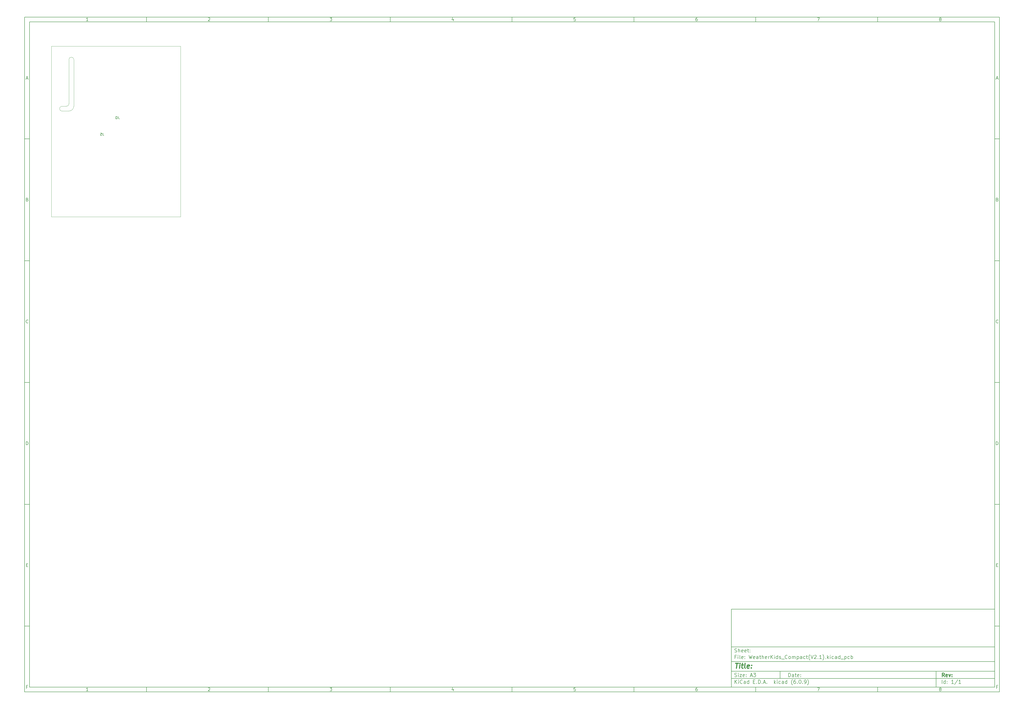
<source format=gbr>
%TF.GenerationSoftware,KiCad,Pcbnew,(6.0.9)*%
%TF.CreationDate,2023-07-16T00:02:42+05:30*%
%TF.ProjectId,WeatherKids_Compact(V2.1),57656174-6865-4724-9b69-64735f436f6d,rev?*%
%TF.SameCoordinates,Original*%
%TF.FileFunction,Legend,Bot*%
%TF.FilePolarity,Positive*%
%FSLAX46Y46*%
G04 Gerber Fmt 4.6, Leading zero omitted, Abs format (unit mm)*
G04 Created by KiCad (PCBNEW (6.0.9)) date 2023-07-16 00:02:42*
%MOMM*%
%LPD*%
G01*
G04 APERTURE LIST*
%ADD10C,0.100000*%
%ADD11C,0.150000*%
%ADD12C,0.300000*%
%ADD13C,0.400000*%
%TA.AperFunction,Profile*%
%ADD14C,0.050000*%
%TD*%
G04 APERTURE END LIST*
D10*
D11*
X299989000Y-253002200D02*
X299989000Y-285002200D01*
X407989000Y-285002200D01*
X407989000Y-253002200D01*
X299989000Y-253002200D01*
D10*
D11*
X10000000Y-10000000D02*
X10000000Y-287002200D01*
X409989000Y-287002200D01*
X409989000Y-10000000D01*
X10000000Y-10000000D01*
D10*
D11*
X12000000Y-12000000D02*
X12000000Y-285002200D01*
X407989000Y-285002200D01*
X407989000Y-12000000D01*
X12000000Y-12000000D01*
D10*
D11*
X60000000Y-12000000D02*
X60000000Y-10000000D01*
D10*
D11*
X110000000Y-12000000D02*
X110000000Y-10000000D01*
D10*
D11*
X160000000Y-12000000D02*
X160000000Y-10000000D01*
D10*
D11*
X210000000Y-12000000D02*
X210000000Y-10000000D01*
D10*
D11*
X260000000Y-12000000D02*
X260000000Y-10000000D01*
D10*
D11*
X310000000Y-12000000D02*
X310000000Y-10000000D01*
D10*
D11*
X360000000Y-12000000D02*
X360000000Y-10000000D01*
D10*
D11*
X36065476Y-11588095D02*
X35322619Y-11588095D01*
X35694047Y-11588095D02*
X35694047Y-10288095D01*
X35570238Y-10473809D01*
X35446428Y-10597619D01*
X35322619Y-10659523D01*
D10*
D11*
X85322619Y-10411904D02*
X85384523Y-10350000D01*
X85508333Y-10288095D01*
X85817857Y-10288095D01*
X85941666Y-10350000D01*
X86003571Y-10411904D01*
X86065476Y-10535714D01*
X86065476Y-10659523D01*
X86003571Y-10845238D01*
X85260714Y-11588095D01*
X86065476Y-11588095D01*
D10*
D11*
X135260714Y-10288095D02*
X136065476Y-10288095D01*
X135632142Y-10783333D01*
X135817857Y-10783333D01*
X135941666Y-10845238D01*
X136003571Y-10907142D01*
X136065476Y-11030952D01*
X136065476Y-11340476D01*
X136003571Y-11464285D01*
X135941666Y-11526190D01*
X135817857Y-11588095D01*
X135446428Y-11588095D01*
X135322619Y-11526190D01*
X135260714Y-11464285D01*
D10*
D11*
X185941666Y-10721428D02*
X185941666Y-11588095D01*
X185632142Y-10226190D02*
X185322619Y-11154761D01*
X186127380Y-11154761D01*
D10*
D11*
X236003571Y-10288095D02*
X235384523Y-10288095D01*
X235322619Y-10907142D01*
X235384523Y-10845238D01*
X235508333Y-10783333D01*
X235817857Y-10783333D01*
X235941666Y-10845238D01*
X236003571Y-10907142D01*
X236065476Y-11030952D01*
X236065476Y-11340476D01*
X236003571Y-11464285D01*
X235941666Y-11526190D01*
X235817857Y-11588095D01*
X235508333Y-11588095D01*
X235384523Y-11526190D01*
X235322619Y-11464285D01*
D10*
D11*
X285941666Y-10288095D02*
X285694047Y-10288095D01*
X285570238Y-10350000D01*
X285508333Y-10411904D01*
X285384523Y-10597619D01*
X285322619Y-10845238D01*
X285322619Y-11340476D01*
X285384523Y-11464285D01*
X285446428Y-11526190D01*
X285570238Y-11588095D01*
X285817857Y-11588095D01*
X285941666Y-11526190D01*
X286003571Y-11464285D01*
X286065476Y-11340476D01*
X286065476Y-11030952D01*
X286003571Y-10907142D01*
X285941666Y-10845238D01*
X285817857Y-10783333D01*
X285570238Y-10783333D01*
X285446428Y-10845238D01*
X285384523Y-10907142D01*
X285322619Y-11030952D01*
D10*
D11*
X335260714Y-10288095D02*
X336127380Y-10288095D01*
X335570238Y-11588095D01*
D10*
D11*
X385570238Y-10845238D02*
X385446428Y-10783333D01*
X385384523Y-10721428D01*
X385322619Y-10597619D01*
X385322619Y-10535714D01*
X385384523Y-10411904D01*
X385446428Y-10350000D01*
X385570238Y-10288095D01*
X385817857Y-10288095D01*
X385941666Y-10350000D01*
X386003571Y-10411904D01*
X386065476Y-10535714D01*
X386065476Y-10597619D01*
X386003571Y-10721428D01*
X385941666Y-10783333D01*
X385817857Y-10845238D01*
X385570238Y-10845238D01*
X385446428Y-10907142D01*
X385384523Y-10969047D01*
X385322619Y-11092857D01*
X385322619Y-11340476D01*
X385384523Y-11464285D01*
X385446428Y-11526190D01*
X385570238Y-11588095D01*
X385817857Y-11588095D01*
X385941666Y-11526190D01*
X386003571Y-11464285D01*
X386065476Y-11340476D01*
X386065476Y-11092857D01*
X386003571Y-10969047D01*
X385941666Y-10907142D01*
X385817857Y-10845238D01*
D10*
D11*
X60000000Y-285002200D02*
X60000000Y-287002200D01*
D10*
D11*
X110000000Y-285002200D02*
X110000000Y-287002200D01*
D10*
D11*
X160000000Y-285002200D02*
X160000000Y-287002200D01*
D10*
D11*
X210000000Y-285002200D02*
X210000000Y-287002200D01*
D10*
D11*
X260000000Y-285002200D02*
X260000000Y-287002200D01*
D10*
D11*
X310000000Y-285002200D02*
X310000000Y-287002200D01*
D10*
D11*
X360000000Y-285002200D02*
X360000000Y-287002200D01*
D10*
D11*
X36065476Y-286590295D02*
X35322619Y-286590295D01*
X35694047Y-286590295D02*
X35694047Y-285290295D01*
X35570238Y-285476009D01*
X35446428Y-285599819D01*
X35322619Y-285661723D01*
D10*
D11*
X85322619Y-285414104D02*
X85384523Y-285352200D01*
X85508333Y-285290295D01*
X85817857Y-285290295D01*
X85941666Y-285352200D01*
X86003571Y-285414104D01*
X86065476Y-285537914D01*
X86065476Y-285661723D01*
X86003571Y-285847438D01*
X85260714Y-286590295D01*
X86065476Y-286590295D01*
D10*
D11*
X135260714Y-285290295D02*
X136065476Y-285290295D01*
X135632142Y-285785533D01*
X135817857Y-285785533D01*
X135941666Y-285847438D01*
X136003571Y-285909342D01*
X136065476Y-286033152D01*
X136065476Y-286342676D01*
X136003571Y-286466485D01*
X135941666Y-286528390D01*
X135817857Y-286590295D01*
X135446428Y-286590295D01*
X135322619Y-286528390D01*
X135260714Y-286466485D01*
D10*
D11*
X185941666Y-285723628D02*
X185941666Y-286590295D01*
X185632142Y-285228390D02*
X185322619Y-286156961D01*
X186127380Y-286156961D01*
D10*
D11*
X236003571Y-285290295D02*
X235384523Y-285290295D01*
X235322619Y-285909342D01*
X235384523Y-285847438D01*
X235508333Y-285785533D01*
X235817857Y-285785533D01*
X235941666Y-285847438D01*
X236003571Y-285909342D01*
X236065476Y-286033152D01*
X236065476Y-286342676D01*
X236003571Y-286466485D01*
X235941666Y-286528390D01*
X235817857Y-286590295D01*
X235508333Y-286590295D01*
X235384523Y-286528390D01*
X235322619Y-286466485D01*
D10*
D11*
X285941666Y-285290295D02*
X285694047Y-285290295D01*
X285570238Y-285352200D01*
X285508333Y-285414104D01*
X285384523Y-285599819D01*
X285322619Y-285847438D01*
X285322619Y-286342676D01*
X285384523Y-286466485D01*
X285446428Y-286528390D01*
X285570238Y-286590295D01*
X285817857Y-286590295D01*
X285941666Y-286528390D01*
X286003571Y-286466485D01*
X286065476Y-286342676D01*
X286065476Y-286033152D01*
X286003571Y-285909342D01*
X285941666Y-285847438D01*
X285817857Y-285785533D01*
X285570238Y-285785533D01*
X285446428Y-285847438D01*
X285384523Y-285909342D01*
X285322619Y-286033152D01*
D10*
D11*
X335260714Y-285290295D02*
X336127380Y-285290295D01*
X335570238Y-286590295D01*
D10*
D11*
X385570238Y-285847438D02*
X385446428Y-285785533D01*
X385384523Y-285723628D01*
X385322619Y-285599819D01*
X385322619Y-285537914D01*
X385384523Y-285414104D01*
X385446428Y-285352200D01*
X385570238Y-285290295D01*
X385817857Y-285290295D01*
X385941666Y-285352200D01*
X386003571Y-285414104D01*
X386065476Y-285537914D01*
X386065476Y-285599819D01*
X386003571Y-285723628D01*
X385941666Y-285785533D01*
X385817857Y-285847438D01*
X385570238Y-285847438D01*
X385446428Y-285909342D01*
X385384523Y-285971247D01*
X385322619Y-286095057D01*
X385322619Y-286342676D01*
X385384523Y-286466485D01*
X385446428Y-286528390D01*
X385570238Y-286590295D01*
X385817857Y-286590295D01*
X385941666Y-286528390D01*
X386003571Y-286466485D01*
X386065476Y-286342676D01*
X386065476Y-286095057D01*
X386003571Y-285971247D01*
X385941666Y-285909342D01*
X385817857Y-285847438D01*
D10*
D11*
X10000000Y-60000000D02*
X12000000Y-60000000D01*
D10*
D11*
X10000000Y-110000000D02*
X12000000Y-110000000D01*
D10*
D11*
X10000000Y-160000000D02*
X12000000Y-160000000D01*
D10*
D11*
X10000000Y-210000000D02*
X12000000Y-210000000D01*
D10*
D11*
X10000000Y-260000000D02*
X12000000Y-260000000D01*
D10*
D11*
X10690476Y-35216666D02*
X11309523Y-35216666D01*
X10566666Y-35588095D02*
X11000000Y-34288095D01*
X11433333Y-35588095D01*
D10*
D11*
X11092857Y-84907142D02*
X11278571Y-84969047D01*
X11340476Y-85030952D01*
X11402380Y-85154761D01*
X11402380Y-85340476D01*
X11340476Y-85464285D01*
X11278571Y-85526190D01*
X11154761Y-85588095D01*
X10659523Y-85588095D01*
X10659523Y-84288095D01*
X11092857Y-84288095D01*
X11216666Y-84350000D01*
X11278571Y-84411904D01*
X11340476Y-84535714D01*
X11340476Y-84659523D01*
X11278571Y-84783333D01*
X11216666Y-84845238D01*
X11092857Y-84907142D01*
X10659523Y-84907142D01*
D10*
D11*
X11402380Y-135464285D02*
X11340476Y-135526190D01*
X11154761Y-135588095D01*
X11030952Y-135588095D01*
X10845238Y-135526190D01*
X10721428Y-135402380D01*
X10659523Y-135278571D01*
X10597619Y-135030952D01*
X10597619Y-134845238D01*
X10659523Y-134597619D01*
X10721428Y-134473809D01*
X10845238Y-134350000D01*
X11030952Y-134288095D01*
X11154761Y-134288095D01*
X11340476Y-134350000D01*
X11402380Y-134411904D01*
D10*
D11*
X10659523Y-185588095D02*
X10659523Y-184288095D01*
X10969047Y-184288095D01*
X11154761Y-184350000D01*
X11278571Y-184473809D01*
X11340476Y-184597619D01*
X11402380Y-184845238D01*
X11402380Y-185030952D01*
X11340476Y-185278571D01*
X11278571Y-185402380D01*
X11154761Y-185526190D01*
X10969047Y-185588095D01*
X10659523Y-185588095D01*
D10*
D11*
X10721428Y-234907142D02*
X11154761Y-234907142D01*
X11340476Y-235588095D02*
X10721428Y-235588095D01*
X10721428Y-234288095D01*
X11340476Y-234288095D01*
D10*
D11*
X11185714Y-284907142D02*
X10752380Y-284907142D01*
X10752380Y-285588095D02*
X10752380Y-284288095D01*
X11371428Y-284288095D01*
D10*
D11*
X409989000Y-60000000D02*
X407989000Y-60000000D01*
D10*
D11*
X409989000Y-110000000D02*
X407989000Y-110000000D01*
D10*
D11*
X409989000Y-160000000D02*
X407989000Y-160000000D01*
D10*
D11*
X409989000Y-210000000D02*
X407989000Y-210000000D01*
D10*
D11*
X409989000Y-260000000D02*
X407989000Y-260000000D01*
D10*
D11*
X408679476Y-35216666D02*
X409298523Y-35216666D01*
X408555666Y-35588095D02*
X408989000Y-34288095D01*
X409422333Y-35588095D01*
D10*
D11*
X409081857Y-84907142D02*
X409267571Y-84969047D01*
X409329476Y-85030952D01*
X409391380Y-85154761D01*
X409391380Y-85340476D01*
X409329476Y-85464285D01*
X409267571Y-85526190D01*
X409143761Y-85588095D01*
X408648523Y-85588095D01*
X408648523Y-84288095D01*
X409081857Y-84288095D01*
X409205666Y-84350000D01*
X409267571Y-84411904D01*
X409329476Y-84535714D01*
X409329476Y-84659523D01*
X409267571Y-84783333D01*
X409205666Y-84845238D01*
X409081857Y-84907142D01*
X408648523Y-84907142D01*
D10*
D11*
X409391380Y-135464285D02*
X409329476Y-135526190D01*
X409143761Y-135588095D01*
X409019952Y-135588095D01*
X408834238Y-135526190D01*
X408710428Y-135402380D01*
X408648523Y-135278571D01*
X408586619Y-135030952D01*
X408586619Y-134845238D01*
X408648523Y-134597619D01*
X408710428Y-134473809D01*
X408834238Y-134350000D01*
X409019952Y-134288095D01*
X409143761Y-134288095D01*
X409329476Y-134350000D01*
X409391380Y-134411904D01*
D10*
D11*
X408648523Y-185588095D02*
X408648523Y-184288095D01*
X408958047Y-184288095D01*
X409143761Y-184350000D01*
X409267571Y-184473809D01*
X409329476Y-184597619D01*
X409391380Y-184845238D01*
X409391380Y-185030952D01*
X409329476Y-185278571D01*
X409267571Y-185402380D01*
X409143761Y-185526190D01*
X408958047Y-185588095D01*
X408648523Y-185588095D01*
D10*
D11*
X408710428Y-234907142D02*
X409143761Y-234907142D01*
X409329476Y-235588095D02*
X408710428Y-235588095D01*
X408710428Y-234288095D01*
X409329476Y-234288095D01*
D10*
D11*
X409174714Y-284907142D02*
X408741380Y-284907142D01*
X408741380Y-285588095D02*
X408741380Y-284288095D01*
X409360428Y-284288095D01*
D10*
D11*
X323421142Y-280780771D02*
X323421142Y-279280771D01*
X323778285Y-279280771D01*
X323992571Y-279352200D01*
X324135428Y-279495057D01*
X324206857Y-279637914D01*
X324278285Y-279923628D01*
X324278285Y-280137914D01*
X324206857Y-280423628D01*
X324135428Y-280566485D01*
X323992571Y-280709342D01*
X323778285Y-280780771D01*
X323421142Y-280780771D01*
X325564000Y-280780771D02*
X325564000Y-279995057D01*
X325492571Y-279852200D01*
X325349714Y-279780771D01*
X325064000Y-279780771D01*
X324921142Y-279852200D01*
X325564000Y-280709342D02*
X325421142Y-280780771D01*
X325064000Y-280780771D01*
X324921142Y-280709342D01*
X324849714Y-280566485D01*
X324849714Y-280423628D01*
X324921142Y-280280771D01*
X325064000Y-280209342D01*
X325421142Y-280209342D01*
X325564000Y-280137914D01*
X326064000Y-279780771D02*
X326635428Y-279780771D01*
X326278285Y-279280771D02*
X326278285Y-280566485D01*
X326349714Y-280709342D01*
X326492571Y-280780771D01*
X326635428Y-280780771D01*
X327706857Y-280709342D02*
X327564000Y-280780771D01*
X327278285Y-280780771D01*
X327135428Y-280709342D01*
X327064000Y-280566485D01*
X327064000Y-279995057D01*
X327135428Y-279852200D01*
X327278285Y-279780771D01*
X327564000Y-279780771D01*
X327706857Y-279852200D01*
X327778285Y-279995057D01*
X327778285Y-280137914D01*
X327064000Y-280280771D01*
X328421142Y-280637914D02*
X328492571Y-280709342D01*
X328421142Y-280780771D01*
X328349714Y-280709342D01*
X328421142Y-280637914D01*
X328421142Y-280780771D01*
X328421142Y-279852200D02*
X328492571Y-279923628D01*
X328421142Y-279995057D01*
X328349714Y-279923628D01*
X328421142Y-279852200D01*
X328421142Y-279995057D01*
D10*
D11*
X299989000Y-281502200D02*
X407989000Y-281502200D01*
D10*
D11*
X301421142Y-283580771D02*
X301421142Y-282080771D01*
X302278285Y-283580771D02*
X301635428Y-282723628D01*
X302278285Y-282080771D02*
X301421142Y-282937914D01*
X302921142Y-283580771D02*
X302921142Y-282580771D01*
X302921142Y-282080771D02*
X302849714Y-282152200D01*
X302921142Y-282223628D01*
X302992571Y-282152200D01*
X302921142Y-282080771D01*
X302921142Y-282223628D01*
X304492571Y-283437914D02*
X304421142Y-283509342D01*
X304206857Y-283580771D01*
X304064000Y-283580771D01*
X303849714Y-283509342D01*
X303706857Y-283366485D01*
X303635428Y-283223628D01*
X303564000Y-282937914D01*
X303564000Y-282723628D01*
X303635428Y-282437914D01*
X303706857Y-282295057D01*
X303849714Y-282152200D01*
X304064000Y-282080771D01*
X304206857Y-282080771D01*
X304421142Y-282152200D01*
X304492571Y-282223628D01*
X305778285Y-283580771D02*
X305778285Y-282795057D01*
X305706857Y-282652200D01*
X305564000Y-282580771D01*
X305278285Y-282580771D01*
X305135428Y-282652200D01*
X305778285Y-283509342D02*
X305635428Y-283580771D01*
X305278285Y-283580771D01*
X305135428Y-283509342D01*
X305064000Y-283366485D01*
X305064000Y-283223628D01*
X305135428Y-283080771D01*
X305278285Y-283009342D01*
X305635428Y-283009342D01*
X305778285Y-282937914D01*
X307135428Y-283580771D02*
X307135428Y-282080771D01*
X307135428Y-283509342D02*
X306992571Y-283580771D01*
X306706857Y-283580771D01*
X306564000Y-283509342D01*
X306492571Y-283437914D01*
X306421142Y-283295057D01*
X306421142Y-282866485D01*
X306492571Y-282723628D01*
X306564000Y-282652200D01*
X306706857Y-282580771D01*
X306992571Y-282580771D01*
X307135428Y-282652200D01*
X308992571Y-282795057D02*
X309492571Y-282795057D01*
X309706857Y-283580771D02*
X308992571Y-283580771D01*
X308992571Y-282080771D01*
X309706857Y-282080771D01*
X310349714Y-283437914D02*
X310421142Y-283509342D01*
X310349714Y-283580771D01*
X310278285Y-283509342D01*
X310349714Y-283437914D01*
X310349714Y-283580771D01*
X311064000Y-283580771D02*
X311064000Y-282080771D01*
X311421142Y-282080771D01*
X311635428Y-282152200D01*
X311778285Y-282295057D01*
X311849714Y-282437914D01*
X311921142Y-282723628D01*
X311921142Y-282937914D01*
X311849714Y-283223628D01*
X311778285Y-283366485D01*
X311635428Y-283509342D01*
X311421142Y-283580771D01*
X311064000Y-283580771D01*
X312564000Y-283437914D02*
X312635428Y-283509342D01*
X312564000Y-283580771D01*
X312492571Y-283509342D01*
X312564000Y-283437914D01*
X312564000Y-283580771D01*
X313206857Y-283152200D02*
X313921142Y-283152200D01*
X313064000Y-283580771D02*
X313564000Y-282080771D01*
X314064000Y-283580771D01*
X314564000Y-283437914D02*
X314635428Y-283509342D01*
X314564000Y-283580771D01*
X314492571Y-283509342D01*
X314564000Y-283437914D01*
X314564000Y-283580771D01*
X317564000Y-283580771D02*
X317564000Y-282080771D01*
X317706857Y-283009342D02*
X318135428Y-283580771D01*
X318135428Y-282580771D02*
X317564000Y-283152200D01*
X318778285Y-283580771D02*
X318778285Y-282580771D01*
X318778285Y-282080771D02*
X318706857Y-282152200D01*
X318778285Y-282223628D01*
X318849714Y-282152200D01*
X318778285Y-282080771D01*
X318778285Y-282223628D01*
X320135428Y-283509342D02*
X319992571Y-283580771D01*
X319706857Y-283580771D01*
X319564000Y-283509342D01*
X319492571Y-283437914D01*
X319421142Y-283295057D01*
X319421142Y-282866485D01*
X319492571Y-282723628D01*
X319564000Y-282652200D01*
X319706857Y-282580771D01*
X319992571Y-282580771D01*
X320135428Y-282652200D01*
X321421142Y-283580771D02*
X321421142Y-282795057D01*
X321349714Y-282652200D01*
X321206857Y-282580771D01*
X320921142Y-282580771D01*
X320778285Y-282652200D01*
X321421142Y-283509342D02*
X321278285Y-283580771D01*
X320921142Y-283580771D01*
X320778285Y-283509342D01*
X320706857Y-283366485D01*
X320706857Y-283223628D01*
X320778285Y-283080771D01*
X320921142Y-283009342D01*
X321278285Y-283009342D01*
X321421142Y-282937914D01*
X322778285Y-283580771D02*
X322778285Y-282080771D01*
X322778285Y-283509342D02*
X322635428Y-283580771D01*
X322349714Y-283580771D01*
X322206857Y-283509342D01*
X322135428Y-283437914D01*
X322064000Y-283295057D01*
X322064000Y-282866485D01*
X322135428Y-282723628D01*
X322206857Y-282652200D01*
X322349714Y-282580771D01*
X322635428Y-282580771D01*
X322778285Y-282652200D01*
X325064000Y-284152200D02*
X324992571Y-284080771D01*
X324849714Y-283866485D01*
X324778285Y-283723628D01*
X324706857Y-283509342D01*
X324635428Y-283152200D01*
X324635428Y-282866485D01*
X324706857Y-282509342D01*
X324778285Y-282295057D01*
X324849714Y-282152200D01*
X324992571Y-281937914D01*
X325064000Y-281866485D01*
X326278285Y-282080771D02*
X325992571Y-282080771D01*
X325849714Y-282152200D01*
X325778285Y-282223628D01*
X325635428Y-282437914D01*
X325564000Y-282723628D01*
X325564000Y-283295057D01*
X325635428Y-283437914D01*
X325706857Y-283509342D01*
X325849714Y-283580771D01*
X326135428Y-283580771D01*
X326278285Y-283509342D01*
X326349714Y-283437914D01*
X326421142Y-283295057D01*
X326421142Y-282937914D01*
X326349714Y-282795057D01*
X326278285Y-282723628D01*
X326135428Y-282652200D01*
X325849714Y-282652200D01*
X325706857Y-282723628D01*
X325635428Y-282795057D01*
X325564000Y-282937914D01*
X327064000Y-283437914D02*
X327135428Y-283509342D01*
X327064000Y-283580771D01*
X326992571Y-283509342D01*
X327064000Y-283437914D01*
X327064000Y-283580771D01*
X328064000Y-282080771D02*
X328206857Y-282080771D01*
X328349714Y-282152200D01*
X328421142Y-282223628D01*
X328492571Y-282366485D01*
X328564000Y-282652200D01*
X328564000Y-283009342D01*
X328492571Y-283295057D01*
X328421142Y-283437914D01*
X328349714Y-283509342D01*
X328206857Y-283580771D01*
X328064000Y-283580771D01*
X327921142Y-283509342D01*
X327849714Y-283437914D01*
X327778285Y-283295057D01*
X327706857Y-283009342D01*
X327706857Y-282652200D01*
X327778285Y-282366485D01*
X327849714Y-282223628D01*
X327921142Y-282152200D01*
X328064000Y-282080771D01*
X329206857Y-283437914D02*
X329278285Y-283509342D01*
X329206857Y-283580771D01*
X329135428Y-283509342D01*
X329206857Y-283437914D01*
X329206857Y-283580771D01*
X329992571Y-283580771D02*
X330278285Y-283580771D01*
X330421142Y-283509342D01*
X330492571Y-283437914D01*
X330635428Y-283223628D01*
X330706857Y-282937914D01*
X330706857Y-282366485D01*
X330635428Y-282223628D01*
X330564000Y-282152200D01*
X330421142Y-282080771D01*
X330135428Y-282080771D01*
X329992571Y-282152200D01*
X329921142Y-282223628D01*
X329849714Y-282366485D01*
X329849714Y-282723628D01*
X329921142Y-282866485D01*
X329992571Y-282937914D01*
X330135428Y-283009342D01*
X330421142Y-283009342D01*
X330564000Y-282937914D01*
X330635428Y-282866485D01*
X330706857Y-282723628D01*
X331206857Y-284152200D02*
X331278285Y-284080771D01*
X331421142Y-283866485D01*
X331492571Y-283723628D01*
X331564000Y-283509342D01*
X331635428Y-283152200D01*
X331635428Y-282866485D01*
X331564000Y-282509342D01*
X331492571Y-282295057D01*
X331421142Y-282152200D01*
X331278285Y-281937914D01*
X331206857Y-281866485D01*
D10*
D11*
X299989000Y-278502200D02*
X407989000Y-278502200D01*
D10*
D12*
X387398285Y-280780771D02*
X386898285Y-280066485D01*
X386541142Y-280780771D02*
X386541142Y-279280771D01*
X387112571Y-279280771D01*
X387255428Y-279352200D01*
X387326857Y-279423628D01*
X387398285Y-279566485D01*
X387398285Y-279780771D01*
X387326857Y-279923628D01*
X387255428Y-279995057D01*
X387112571Y-280066485D01*
X386541142Y-280066485D01*
X388612571Y-280709342D02*
X388469714Y-280780771D01*
X388184000Y-280780771D01*
X388041142Y-280709342D01*
X387969714Y-280566485D01*
X387969714Y-279995057D01*
X388041142Y-279852200D01*
X388184000Y-279780771D01*
X388469714Y-279780771D01*
X388612571Y-279852200D01*
X388684000Y-279995057D01*
X388684000Y-280137914D01*
X387969714Y-280280771D01*
X389184000Y-279780771D02*
X389541142Y-280780771D01*
X389898285Y-279780771D01*
X390469714Y-280637914D02*
X390541142Y-280709342D01*
X390469714Y-280780771D01*
X390398285Y-280709342D01*
X390469714Y-280637914D01*
X390469714Y-280780771D01*
X390469714Y-279852200D02*
X390541142Y-279923628D01*
X390469714Y-279995057D01*
X390398285Y-279923628D01*
X390469714Y-279852200D01*
X390469714Y-279995057D01*
D10*
D11*
X301349714Y-280709342D02*
X301564000Y-280780771D01*
X301921142Y-280780771D01*
X302064000Y-280709342D01*
X302135428Y-280637914D01*
X302206857Y-280495057D01*
X302206857Y-280352200D01*
X302135428Y-280209342D01*
X302064000Y-280137914D01*
X301921142Y-280066485D01*
X301635428Y-279995057D01*
X301492571Y-279923628D01*
X301421142Y-279852200D01*
X301349714Y-279709342D01*
X301349714Y-279566485D01*
X301421142Y-279423628D01*
X301492571Y-279352200D01*
X301635428Y-279280771D01*
X301992571Y-279280771D01*
X302206857Y-279352200D01*
X302849714Y-280780771D02*
X302849714Y-279780771D01*
X302849714Y-279280771D02*
X302778285Y-279352200D01*
X302849714Y-279423628D01*
X302921142Y-279352200D01*
X302849714Y-279280771D01*
X302849714Y-279423628D01*
X303421142Y-279780771D02*
X304206857Y-279780771D01*
X303421142Y-280780771D01*
X304206857Y-280780771D01*
X305349714Y-280709342D02*
X305206857Y-280780771D01*
X304921142Y-280780771D01*
X304778285Y-280709342D01*
X304706857Y-280566485D01*
X304706857Y-279995057D01*
X304778285Y-279852200D01*
X304921142Y-279780771D01*
X305206857Y-279780771D01*
X305349714Y-279852200D01*
X305421142Y-279995057D01*
X305421142Y-280137914D01*
X304706857Y-280280771D01*
X306064000Y-280637914D02*
X306135428Y-280709342D01*
X306064000Y-280780771D01*
X305992571Y-280709342D01*
X306064000Y-280637914D01*
X306064000Y-280780771D01*
X306064000Y-279852200D02*
X306135428Y-279923628D01*
X306064000Y-279995057D01*
X305992571Y-279923628D01*
X306064000Y-279852200D01*
X306064000Y-279995057D01*
X307849714Y-280352200D02*
X308564000Y-280352200D01*
X307706857Y-280780771D02*
X308206857Y-279280771D01*
X308706857Y-280780771D01*
X309064000Y-279280771D02*
X309992571Y-279280771D01*
X309492571Y-279852200D01*
X309706857Y-279852200D01*
X309849714Y-279923628D01*
X309921142Y-279995057D01*
X309992571Y-280137914D01*
X309992571Y-280495057D01*
X309921142Y-280637914D01*
X309849714Y-280709342D01*
X309706857Y-280780771D01*
X309278285Y-280780771D01*
X309135428Y-280709342D01*
X309064000Y-280637914D01*
D10*
D11*
X386421142Y-283580771D02*
X386421142Y-282080771D01*
X387778285Y-283580771D02*
X387778285Y-282080771D01*
X387778285Y-283509342D02*
X387635428Y-283580771D01*
X387349714Y-283580771D01*
X387206857Y-283509342D01*
X387135428Y-283437914D01*
X387064000Y-283295057D01*
X387064000Y-282866485D01*
X387135428Y-282723628D01*
X387206857Y-282652200D01*
X387349714Y-282580771D01*
X387635428Y-282580771D01*
X387778285Y-282652200D01*
X388492571Y-283437914D02*
X388564000Y-283509342D01*
X388492571Y-283580771D01*
X388421142Y-283509342D01*
X388492571Y-283437914D01*
X388492571Y-283580771D01*
X388492571Y-282652200D02*
X388564000Y-282723628D01*
X388492571Y-282795057D01*
X388421142Y-282723628D01*
X388492571Y-282652200D01*
X388492571Y-282795057D01*
X391135428Y-283580771D02*
X390278285Y-283580771D01*
X390706857Y-283580771D02*
X390706857Y-282080771D01*
X390564000Y-282295057D01*
X390421142Y-282437914D01*
X390278285Y-282509342D01*
X392849714Y-282009342D02*
X391564000Y-283937914D01*
X394135428Y-283580771D02*
X393278285Y-283580771D01*
X393706857Y-283580771D02*
X393706857Y-282080771D01*
X393564000Y-282295057D01*
X393421142Y-282437914D01*
X393278285Y-282509342D01*
D10*
D11*
X299989000Y-274502200D02*
X407989000Y-274502200D01*
D10*
D13*
X301701380Y-275206961D02*
X302844238Y-275206961D01*
X302022809Y-277206961D02*
X302272809Y-275206961D01*
X303260904Y-277206961D02*
X303427571Y-275873628D01*
X303510904Y-275206961D02*
X303403761Y-275302200D01*
X303487095Y-275397438D01*
X303594238Y-275302200D01*
X303510904Y-275206961D01*
X303487095Y-275397438D01*
X304094238Y-275873628D02*
X304856142Y-275873628D01*
X304463285Y-275206961D02*
X304249000Y-276921247D01*
X304320428Y-277111723D01*
X304499000Y-277206961D01*
X304689476Y-277206961D01*
X305641857Y-277206961D02*
X305463285Y-277111723D01*
X305391857Y-276921247D01*
X305606142Y-275206961D01*
X307177571Y-277111723D02*
X306975190Y-277206961D01*
X306594238Y-277206961D01*
X306415666Y-277111723D01*
X306344238Y-276921247D01*
X306439476Y-276159342D01*
X306558523Y-275968866D01*
X306760904Y-275873628D01*
X307141857Y-275873628D01*
X307320428Y-275968866D01*
X307391857Y-276159342D01*
X307368047Y-276349819D01*
X306391857Y-276540295D01*
X308141857Y-277016485D02*
X308225190Y-277111723D01*
X308118047Y-277206961D01*
X308034714Y-277111723D01*
X308141857Y-277016485D01*
X308118047Y-277206961D01*
X308272809Y-275968866D02*
X308356142Y-276064104D01*
X308249000Y-276159342D01*
X308165666Y-276064104D01*
X308272809Y-275968866D01*
X308249000Y-276159342D01*
D10*
D11*
X301921142Y-272595057D02*
X301421142Y-272595057D01*
X301421142Y-273380771D02*
X301421142Y-271880771D01*
X302135428Y-271880771D01*
X302706857Y-273380771D02*
X302706857Y-272380771D01*
X302706857Y-271880771D02*
X302635428Y-271952200D01*
X302706857Y-272023628D01*
X302778285Y-271952200D01*
X302706857Y-271880771D01*
X302706857Y-272023628D01*
X303635428Y-273380771D02*
X303492571Y-273309342D01*
X303421142Y-273166485D01*
X303421142Y-271880771D01*
X304778285Y-273309342D02*
X304635428Y-273380771D01*
X304349714Y-273380771D01*
X304206857Y-273309342D01*
X304135428Y-273166485D01*
X304135428Y-272595057D01*
X304206857Y-272452200D01*
X304349714Y-272380771D01*
X304635428Y-272380771D01*
X304778285Y-272452200D01*
X304849714Y-272595057D01*
X304849714Y-272737914D01*
X304135428Y-272880771D01*
X305492571Y-273237914D02*
X305564000Y-273309342D01*
X305492571Y-273380771D01*
X305421142Y-273309342D01*
X305492571Y-273237914D01*
X305492571Y-273380771D01*
X305492571Y-272452200D02*
X305564000Y-272523628D01*
X305492571Y-272595057D01*
X305421142Y-272523628D01*
X305492571Y-272452200D01*
X305492571Y-272595057D01*
X307206857Y-271880771D02*
X307564000Y-273380771D01*
X307849714Y-272309342D01*
X308135428Y-273380771D01*
X308492571Y-271880771D01*
X309635428Y-273309342D02*
X309492571Y-273380771D01*
X309206857Y-273380771D01*
X309064000Y-273309342D01*
X308992571Y-273166485D01*
X308992571Y-272595057D01*
X309064000Y-272452200D01*
X309206857Y-272380771D01*
X309492571Y-272380771D01*
X309635428Y-272452200D01*
X309706857Y-272595057D01*
X309706857Y-272737914D01*
X308992571Y-272880771D01*
X310992571Y-273380771D02*
X310992571Y-272595057D01*
X310921142Y-272452200D01*
X310778285Y-272380771D01*
X310492571Y-272380771D01*
X310349714Y-272452200D01*
X310992571Y-273309342D02*
X310849714Y-273380771D01*
X310492571Y-273380771D01*
X310349714Y-273309342D01*
X310278285Y-273166485D01*
X310278285Y-273023628D01*
X310349714Y-272880771D01*
X310492571Y-272809342D01*
X310849714Y-272809342D01*
X310992571Y-272737914D01*
X311492571Y-272380771D02*
X312064000Y-272380771D01*
X311706857Y-271880771D02*
X311706857Y-273166485D01*
X311778285Y-273309342D01*
X311921142Y-273380771D01*
X312064000Y-273380771D01*
X312564000Y-273380771D02*
X312564000Y-271880771D01*
X313206857Y-273380771D02*
X313206857Y-272595057D01*
X313135428Y-272452200D01*
X312992571Y-272380771D01*
X312778285Y-272380771D01*
X312635428Y-272452200D01*
X312564000Y-272523628D01*
X314492571Y-273309342D02*
X314349714Y-273380771D01*
X314064000Y-273380771D01*
X313921142Y-273309342D01*
X313849714Y-273166485D01*
X313849714Y-272595057D01*
X313921142Y-272452200D01*
X314064000Y-272380771D01*
X314349714Y-272380771D01*
X314492571Y-272452200D01*
X314564000Y-272595057D01*
X314564000Y-272737914D01*
X313849714Y-272880771D01*
X315206857Y-273380771D02*
X315206857Y-272380771D01*
X315206857Y-272666485D02*
X315278285Y-272523628D01*
X315349714Y-272452200D01*
X315492571Y-272380771D01*
X315635428Y-272380771D01*
X316135428Y-273380771D02*
X316135428Y-271880771D01*
X316992571Y-273380771D02*
X316349714Y-272523628D01*
X316992571Y-271880771D02*
X316135428Y-272737914D01*
X317635428Y-273380771D02*
X317635428Y-272380771D01*
X317635428Y-271880771D02*
X317564000Y-271952200D01*
X317635428Y-272023628D01*
X317706857Y-271952200D01*
X317635428Y-271880771D01*
X317635428Y-272023628D01*
X318992571Y-273380771D02*
X318992571Y-271880771D01*
X318992571Y-273309342D02*
X318849714Y-273380771D01*
X318564000Y-273380771D01*
X318421142Y-273309342D01*
X318349714Y-273237914D01*
X318278285Y-273095057D01*
X318278285Y-272666485D01*
X318349714Y-272523628D01*
X318421142Y-272452200D01*
X318564000Y-272380771D01*
X318849714Y-272380771D01*
X318992571Y-272452200D01*
X319635428Y-273309342D02*
X319778285Y-273380771D01*
X320064000Y-273380771D01*
X320206857Y-273309342D01*
X320278285Y-273166485D01*
X320278285Y-273095057D01*
X320206857Y-272952200D01*
X320064000Y-272880771D01*
X319849714Y-272880771D01*
X319706857Y-272809342D01*
X319635428Y-272666485D01*
X319635428Y-272595057D01*
X319706857Y-272452200D01*
X319849714Y-272380771D01*
X320064000Y-272380771D01*
X320206857Y-272452200D01*
X320564000Y-273523628D02*
X321706857Y-273523628D01*
X322921142Y-273237914D02*
X322849714Y-273309342D01*
X322635428Y-273380771D01*
X322492571Y-273380771D01*
X322278285Y-273309342D01*
X322135428Y-273166485D01*
X322064000Y-273023628D01*
X321992571Y-272737914D01*
X321992571Y-272523628D01*
X322064000Y-272237914D01*
X322135428Y-272095057D01*
X322278285Y-271952200D01*
X322492571Y-271880771D01*
X322635428Y-271880771D01*
X322849714Y-271952200D01*
X322921142Y-272023628D01*
X323778285Y-273380771D02*
X323635428Y-273309342D01*
X323564000Y-273237914D01*
X323492571Y-273095057D01*
X323492571Y-272666485D01*
X323564000Y-272523628D01*
X323635428Y-272452200D01*
X323778285Y-272380771D01*
X323992571Y-272380771D01*
X324135428Y-272452200D01*
X324206857Y-272523628D01*
X324278285Y-272666485D01*
X324278285Y-273095057D01*
X324206857Y-273237914D01*
X324135428Y-273309342D01*
X323992571Y-273380771D01*
X323778285Y-273380771D01*
X324921142Y-273380771D02*
X324921142Y-272380771D01*
X324921142Y-272523628D02*
X324992571Y-272452200D01*
X325135428Y-272380771D01*
X325349714Y-272380771D01*
X325492571Y-272452200D01*
X325564000Y-272595057D01*
X325564000Y-273380771D01*
X325564000Y-272595057D02*
X325635428Y-272452200D01*
X325778285Y-272380771D01*
X325992571Y-272380771D01*
X326135428Y-272452200D01*
X326206857Y-272595057D01*
X326206857Y-273380771D01*
X326921142Y-272380771D02*
X326921142Y-273880771D01*
X326921142Y-272452200D02*
X327064000Y-272380771D01*
X327349714Y-272380771D01*
X327492571Y-272452200D01*
X327564000Y-272523628D01*
X327635428Y-272666485D01*
X327635428Y-273095057D01*
X327564000Y-273237914D01*
X327492571Y-273309342D01*
X327349714Y-273380771D01*
X327064000Y-273380771D01*
X326921142Y-273309342D01*
X328921142Y-273380771D02*
X328921142Y-272595057D01*
X328849714Y-272452200D01*
X328706857Y-272380771D01*
X328421142Y-272380771D01*
X328278285Y-272452200D01*
X328921142Y-273309342D02*
X328778285Y-273380771D01*
X328421142Y-273380771D01*
X328278285Y-273309342D01*
X328206857Y-273166485D01*
X328206857Y-273023628D01*
X328278285Y-272880771D01*
X328421142Y-272809342D01*
X328778285Y-272809342D01*
X328921142Y-272737914D01*
X330278285Y-273309342D02*
X330135428Y-273380771D01*
X329849714Y-273380771D01*
X329706857Y-273309342D01*
X329635428Y-273237914D01*
X329564000Y-273095057D01*
X329564000Y-272666485D01*
X329635428Y-272523628D01*
X329706857Y-272452200D01*
X329849714Y-272380771D01*
X330135428Y-272380771D01*
X330278285Y-272452200D01*
X330706857Y-272380771D02*
X331278285Y-272380771D01*
X330921142Y-271880771D02*
X330921142Y-273166485D01*
X330992571Y-273309342D01*
X331135428Y-273380771D01*
X331278285Y-273380771D01*
X332206857Y-273952200D02*
X332135428Y-273880771D01*
X331992571Y-273666485D01*
X331921142Y-273523628D01*
X331849714Y-273309342D01*
X331778285Y-272952200D01*
X331778285Y-272666485D01*
X331849714Y-272309342D01*
X331921142Y-272095057D01*
X331992571Y-271952200D01*
X332135428Y-271737914D01*
X332206857Y-271666485D01*
X332564000Y-271880771D02*
X333064000Y-273380771D01*
X333564000Y-271880771D01*
X333992571Y-272023628D02*
X334064000Y-271952200D01*
X334206857Y-271880771D01*
X334564000Y-271880771D01*
X334706857Y-271952200D01*
X334778285Y-272023628D01*
X334849714Y-272166485D01*
X334849714Y-272309342D01*
X334778285Y-272523628D01*
X333921142Y-273380771D01*
X334849714Y-273380771D01*
X335492571Y-273237914D02*
X335564000Y-273309342D01*
X335492571Y-273380771D01*
X335421142Y-273309342D01*
X335492571Y-273237914D01*
X335492571Y-273380771D01*
X336992571Y-273380771D02*
X336135428Y-273380771D01*
X336564000Y-273380771D02*
X336564000Y-271880771D01*
X336421142Y-272095057D01*
X336278285Y-272237914D01*
X336135428Y-272309342D01*
X337492571Y-273952200D02*
X337564000Y-273880771D01*
X337706857Y-273666485D01*
X337778285Y-273523628D01*
X337849714Y-273309342D01*
X337921142Y-272952200D01*
X337921142Y-272666485D01*
X337849714Y-272309342D01*
X337778285Y-272095057D01*
X337706857Y-271952200D01*
X337564000Y-271737914D01*
X337492571Y-271666485D01*
X338635428Y-273237914D02*
X338706857Y-273309342D01*
X338635428Y-273380771D01*
X338564000Y-273309342D01*
X338635428Y-273237914D01*
X338635428Y-273380771D01*
X339349714Y-273380771D02*
X339349714Y-271880771D01*
X339492571Y-272809342D02*
X339921142Y-273380771D01*
X339921142Y-272380771D02*
X339349714Y-272952200D01*
X340564000Y-273380771D02*
X340564000Y-272380771D01*
X340564000Y-271880771D02*
X340492571Y-271952200D01*
X340564000Y-272023628D01*
X340635428Y-271952200D01*
X340564000Y-271880771D01*
X340564000Y-272023628D01*
X341921142Y-273309342D02*
X341778285Y-273380771D01*
X341492571Y-273380771D01*
X341349714Y-273309342D01*
X341278285Y-273237914D01*
X341206857Y-273095057D01*
X341206857Y-272666485D01*
X341278285Y-272523628D01*
X341349714Y-272452200D01*
X341492571Y-272380771D01*
X341778285Y-272380771D01*
X341921142Y-272452200D01*
X343206857Y-273380771D02*
X343206857Y-272595057D01*
X343135428Y-272452200D01*
X342992571Y-272380771D01*
X342706857Y-272380771D01*
X342564000Y-272452200D01*
X343206857Y-273309342D02*
X343064000Y-273380771D01*
X342706857Y-273380771D01*
X342564000Y-273309342D01*
X342492571Y-273166485D01*
X342492571Y-273023628D01*
X342564000Y-272880771D01*
X342706857Y-272809342D01*
X343064000Y-272809342D01*
X343206857Y-272737914D01*
X344564000Y-273380771D02*
X344564000Y-271880771D01*
X344564000Y-273309342D02*
X344421142Y-273380771D01*
X344135428Y-273380771D01*
X343992571Y-273309342D01*
X343921142Y-273237914D01*
X343849714Y-273095057D01*
X343849714Y-272666485D01*
X343921142Y-272523628D01*
X343992571Y-272452200D01*
X344135428Y-272380771D01*
X344421142Y-272380771D01*
X344564000Y-272452200D01*
X344921142Y-273523628D02*
X346064000Y-273523628D01*
X346421142Y-272380771D02*
X346421142Y-273880771D01*
X346421142Y-272452200D02*
X346564000Y-272380771D01*
X346849714Y-272380771D01*
X346992571Y-272452200D01*
X347064000Y-272523628D01*
X347135428Y-272666485D01*
X347135428Y-273095057D01*
X347064000Y-273237914D01*
X346992571Y-273309342D01*
X346849714Y-273380771D01*
X346564000Y-273380771D01*
X346421142Y-273309342D01*
X348421142Y-273309342D02*
X348278285Y-273380771D01*
X347992571Y-273380771D01*
X347849714Y-273309342D01*
X347778285Y-273237914D01*
X347706857Y-273095057D01*
X347706857Y-272666485D01*
X347778285Y-272523628D01*
X347849714Y-272452200D01*
X347992571Y-272380771D01*
X348278285Y-272380771D01*
X348421142Y-272452200D01*
X349064000Y-273380771D02*
X349064000Y-271880771D01*
X349064000Y-272452200D02*
X349206857Y-272380771D01*
X349492571Y-272380771D01*
X349635428Y-272452200D01*
X349706857Y-272523628D01*
X349778285Y-272666485D01*
X349778285Y-273095057D01*
X349706857Y-273237914D01*
X349635428Y-273309342D01*
X349492571Y-273380771D01*
X349206857Y-273380771D01*
X349064000Y-273309342D01*
D10*
D11*
X299989000Y-268502200D02*
X407989000Y-268502200D01*
D10*
D11*
X301349714Y-270609342D02*
X301564000Y-270680771D01*
X301921142Y-270680771D01*
X302064000Y-270609342D01*
X302135428Y-270537914D01*
X302206857Y-270395057D01*
X302206857Y-270252200D01*
X302135428Y-270109342D01*
X302064000Y-270037914D01*
X301921142Y-269966485D01*
X301635428Y-269895057D01*
X301492571Y-269823628D01*
X301421142Y-269752200D01*
X301349714Y-269609342D01*
X301349714Y-269466485D01*
X301421142Y-269323628D01*
X301492571Y-269252200D01*
X301635428Y-269180771D01*
X301992571Y-269180771D01*
X302206857Y-269252200D01*
X302849714Y-270680771D02*
X302849714Y-269180771D01*
X303492571Y-270680771D02*
X303492571Y-269895057D01*
X303421142Y-269752200D01*
X303278285Y-269680771D01*
X303064000Y-269680771D01*
X302921142Y-269752200D01*
X302849714Y-269823628D01*
X304778285Y-270609342D02*
X304635428Y-270680771D01*
X304349714Y-270680771D01*
X304206857Y-270609342D01*
X304135428Y-270466485D01*
X304135428Y-269895057D01*
X304206857Y-269752200D01*
X304349714Y-269680771D01*
X304635428Y-269680771D01*
X304778285Y-269752200D01*
X304849714Y-269895057D01*
X304849714Y-270037914D01*
X304135428Y-270180771D01*
X306064000Y-270609342D02*
X305921142Y-270680771D01*
X305635428Y-270680771D01*
X305492571Y-270609342D01*
X305421142Y-270466485D01*
X305421142Y-269895057D01*
X305492571Y-269752200D01*
X305635428Y-269680771D01*
X305921142Y-269680771D01*
X306064000Y-269752200D01*
X306135428Y-269895057D01*
X306135428Y-270037914D01*
X305421142Y-270180771D01*
X306564000Y-269680771D02*
X307135428Y-269680771D01*
X306778285Y-269180771D02*
X306778285Y-270466485D01*
X306849714Y-270609342D01*
X306992571Y-270680771D01*
X307135428Y-270680771D01*
X307635428Y-270537914D02*
X307706857Y-270609342D01*
X307635428Y-270680771D01*
X307564000Y-270609342D01*
X307635428Y-270537914D01*
X307635428Y-270680771D01*
X307635428Y-269752200D02*
X307706857Y-269823628D01*
X307635428Y-269895057D01*
X307564000Y-269823628D01*
X307635428Y-269752200D01*
X307635428Y-269895057D01*
D10*
D12*
D10*
D11*
D10*
D11*
D10*
D11*
D10*
D11*
D10*
D11*
X319989000Y-278502200D02*
X319989000Y-281502200D01*
D10*
D11*
X383989000Y-278502200D02*
X383989000Y-285002200D01*
D14*
X21000000Y-92000000D02*
X74000000Y-92000000D01*
X25351225Y-46600000D02*
G75*
G03*
X25351225Y-48600000I50025J-1000000D01*
G01*
X30200000Y-27451225D02*
G75*
G03*
X28200000Y-27451225I-1000000J-50025D01*
G01*
X74000000Y-92000000D02*
X74000000Y-22000000D01*
X30200000Y-27451225D02*
X30200000Y-46600000D01*
X28200000Y-45600000D02*
X28200000Y-27451225D01*
X27100000Y-46600000D02*
G75*
G03*
X28200000Y-45600000I50000J1050000D01*
G01*
X21000000Y-22000000D02*
X21000000Y-92000000D01*
X74000000Y-22000000D02*
X21000000Y-22000000D01*
X28100000Y-48600000D02*
G75*
G03*
X30200000Y-46600000I50000J2050000D01*
G01*
X25351225Y-48600000D02*
X28100000Y-48600000D01*
X25351225Y-46600000D02*
X27100000Y-46600000D01*
D11*
%TO.C,J5*%
X42133333Y-57602380D02*
X42133333Y-58316666D01*
X42180952Y-58459523D01*
X42276190Y-58554761D01*
X42419047Y-58602380D01*
X42514285Y-58602380D01*
X41180952Y-57602380D02*
X41657142Y-57602380D01*
X41704761Y-58078571D01*
X41657142Y-58030952D01*
X41561904Y-57983333D01*
X41323809Y-57983333D01*
X41228571Y-58030952D01*
X41180952Y-58078571D01*
X41133333Y-58173809D01*
X41133333Y-58411904D01*
X41180952Y-58507142D01*
X41228571Y-58554761D01*
X41323809Y-58602380D01*
X41561904Y-58602380D01*
X41657142Y-58554761D01*
X41704761Y-58507142D01*
%TO.C,J\u0DD0*%
X48528571Y-50802380D02*
X48528571Y-51516666D01*
X48576190Y-51659523D01*
X48671428Y-51754761D01*
X48814285Y-51802380D01*
X48909523Y-51802380D01*
X48052380Y-51802380D02*
X48052380Y-50802380D01*
X47385714Y-50802380D01*
X47385714Y-51802380D01*
X48052380Y-51802380D01*
%TD*%
M02*

</source>
